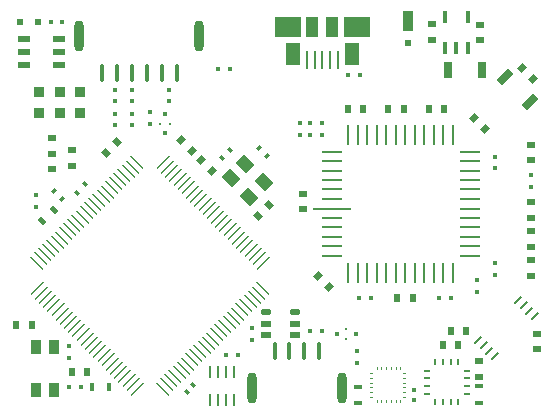
<source format=gtp>
G04 Layer_Color=8421504*
%FSLAX44Y44*%
%MOMM*%
G71*
G01*
G75*
%ADD25R,0.4064X0.4064*%
%ADD26R,0.6096X0.6096*%
%ADD28R,0.4064X0.4064*%
G04:AMPARAMS|DCode=104|XSize=2.6162mm|YSize=0.8128mm|CornerRadius=0.4064mm|HoleSize=0mm|Usage=FLASHONLY|Rotation=270.000|XOffset=0mm|YOffset=0mm|HoleType=Round|Shape=RoundedRectangle|*
%AMROUNDEDRECTD104*
21,1,2.6162,0.0000,0,0,270.0*
21,1,1.8034,0.8128,0,0,270.0*
1,1,0.8128,0.0000,-0.9017*
1,1,0.8128,0.0000,0.9017*
1,1,0.8128,0.0000,0.9017*
1,1,0.8128,0.0000,-0.9017*
%
%ADD104ROUNDEDRECTD104*%
G04:AMPARAMS|DCode=105|XSize=0.4064mm|YSize=1.4986mm|CornerRadius=0.2032mm|HoleSize=0mm|Usage=FLASHONLY|Rotation=180.000|XOffset=0mm|YOffset=0mm|HoleType=Round|Shape=RoundedRectangle|*
%AMROUNDEDRECTD105*
21,1,0.4064,1.0922,0,0,180.0*
21,1,0.0000,1.4986,0,0,180.0*
1,1,0.4064,0.0000,0.5461*
1,1,0.4064,0.0000,0.5461*
1,1,0.4064,0.0000,-0.5461*
1,1,0.4064,0.0000,-0.5461*
%
%ADD105ROUNDEDRECTD105*%
G04:AMPARAMS|DCode=106|XSize=0.3048mm|YSize=0.4064mm|CornerRadius=0mm|HoleSize=0mm|Usage=FLASHONLY|Rotation=45.000|XOffset=0mm|YOffset=0mm|HoleType=Round|Shape=Rectangle|*
%AMROTATEDRECTD106*
4,1,4,0.0359,-0.2515,-0.2515,0.0359,-0.0359,0.2515,0.2515,-0.0359,0.0359,-0.2515,0.0*
%
%ADD106ROTATEDRECTD106*%

G04:AMPARAMS|DCode=107|XSize=0.0968mm|YSize=1.5968mm|CornerRadius=0mm|HoleSize=0mm|Usage=FLASHONLY|Rotation=225.000|XOffset=0mm|YOffset=0mm|HoleType=Round|Shape=Round|*
%AMOVALD107*
21,1,1.5000,0.0968,0.0000,0.0000,315.0*
1,1,0.0968,-0.5303,0.5303*
1,1,0.0968,0.5303,-0.5303*
%
%ADD107OVALD107*%

G04:AMPARAMS|DCode=108|XSize=0.0968mm|YSize=1.5968mm|CornerRadius=0mm|HoleSize=0mm|Usage=FLASHONLY|Rotation=315.000|XOffset=0mm|YOffset=0mm|HoleType=Round|Shape=Round|*
%AMOVALD108*
21,1,1.5000,0.0968,0.0000,0.0000,45.0*
1,1,0.0968,-0.5303,-0.5303*
1,1,0.0968,0.5303,0.5303*
%
%ADD108OVALD108*%

%ADD109R,0.4064X0.3048*%
%ADD110R,0.3048X0.4064*%
G04:AMPARAMS|DCode=111|XSize=0.3048mm|YSize=0.4064mm|CornerRadius=0.0254mm|HoleSize=0mm|Usage=FLASHONLY|Rotation=225.000|XOffset=0mm|YOffset=0mm|HoleType=Round|Shape=RoundedRectangle|*
%AMROUNDEDRECTD111*
21,1,0.3048,0.3556,0,0,225.0*
21,1,0.2540,0.4064,0,0,225.0*
1,1,0.0508,-0.2155,0.0359*
1,1,0.0508,-0.0359,0.2155*
1,1,0.0508,0.2155,-0.0359*
1,1,0.0508,0.0359,-0.2155*
%
%ADD111ROUNDEDRECTD111*%
%ADD112R,0.2286X1.1176*%
G04:AMPARAMS|DCode=113|XSize=0.4064mm|YSize=0.7112mm|CornerRadius=0.0508mm|HoleSize=0mm|Usage=FLASHONLY|Rotation=270.000|XOffset=0mm|YOffset=0mm|HoleType=Round|Shape=RoundedRectangle|*
%AMROUNDEDRECTD113*
21,1,0.4064,0.6096,0,0,270.0*
21,1,0.3048,0.7112,0,0,270.0*
1,1,0.1016,-0.3048,-0.1524*
1,1,0.1016,-0.3048,0.1524*
1,1,0.1016,0.3048,0.1524*
1,1,0.1016,0.3048,-0.1524*
%
%ADD113ROUNDEDRECTD113*%
G04:AMPARAMS|DCode=114|XSize=0.3048mm|YSize=0.4064mm|CornerRadius=0.0254mm|HoleSize=0mm|Usage=FLASHONLY|Rotation=90.000|XOffset=0mm|YOffset=0mm|HoleType=Round|Shape=RoundedRectangle|*
%AMROUNDEDRECTD114*
21,1,0.3048,0.3556,0,0,90.0*
21,1,0.2540,0.4064,0,0,90.0*
1,1,0.0508,0.1778,0.1270*
1,1,0.0508,0.1778,-0.1270*
1,1,0.0508,-0.1778,-0.1270*
1,1,0.0508,-0.1778,0.1270*
%
%ADD114ROUNDEDRECTD114*%
G04:AMPARAMS|DCode=115|XSize=0.254mm|YSize=0.0254mm|CornerRadius=0mm|HoleSize=0mm|Usage=FLASHONLY|Rotation=180.000|XOffset=0mm|YOffset=0mm|HoleType=Round|Shape=RoundedRectangle|*
%AMROUNDEDRECTD115*
21,1,0.2540,0.0254,0,0,180.0*
21,1,0.2540,0.0254,0,0,180.0*
1,1,0.0000,-0.1270,0.0127*
1,1,0.0000,0.1270,0.0127*
1,1,0.0000,0.1270,-0.0127*
1,1,0.0000,-0.1270,-0.0127*
%
%ADD115ROUNDEDRECTD115*%
G04:AMPARAMS|DCode=116|XSize=0.254mm|YSize=0.0254mm|CornerRadius=0mm|HoleSize=0mm|Usage=FLASHONLY|Rotation=90.000|XOffset=0mm|YOffset=0mm|HoleType=Round|Shape=RoundedRectangle|*
%AMROUNDEDRECTD116*
21,1,0.2540,0.0254,0,0,90.0*
21,1,0.2540,0.0254,0,0,90.0*
1,1,0.0000,0.0127,0.1270*
1,1,0.0000,0.0127,-0.1270*
1,1,0.0000,-0.0127,-0.1270*
1,1,0.0000,-0.0127,0.1270*
%
%ADD116ROUNDEDRECTD116*%
%ADD117R,0.7112X1.3970*%
G04:AMPARAMS|DCode=118|XSize=0.7112mm|YSize=1.397mm|CornerRadius=0mm|HoleSize=0mm|Usage=FLASHONLY|Rotation=315.000|XOffset=0mm|YOffset=0mm|HoleType=Round|Shape=Rectangle|*
%AMROTATEDRECTD118*
4,1,4,-0.7454,-0.2425,0.2425,0.7454,0.7454,0.2425,-0.2425,-0.7454,-0.7454,-0.2425,0.0*
%
%ADD118ROTATEDRECTD118*%

%ADD119R,0.2032X0.2032*%
%ADD120R,0.2540X1.4986*%
%ADD121R,0.2032X0.2032*%
G04:AMPARAMS|DCode=122|XSize=1.2192mm|YSize=1.016mm|CornerRadius=0mm|HoleSize=0mm|Usage=FLASHONLY|Rotation=315.019|XOffset=0mm|YOffset=0mm|HoleType=Round|Shape=Rectangle|*
%AMROTATEDRECTD122*
4,1,4,-0.7903,0.0716,-0.0721,0.7902,0.7903,-0.0716,0.0721,-0.7902,-0.7903,0.0716,0.0*
%
%ADD122ROTATEDRECTD122*%

%ADD123R,0.9144X1.8034*%
%ADD124R,0.7112X0.5080*%
G04:AMPARAMS|DCode=125|XSize=0.508mm|YSize=0.7112mm|CornerRadius=0.0762mm|HoleSize=0mm|Usage=FLASHONLY|Rotation=90.000|XOffset=0mm|YOffset=0mm|HoleType=Round|Shape=RoundedRectangle|*
%AMROUNDEDRECTD125*
21,1,0.5080,0.5588,0,0,90.0*
21,1,0.3556,0.7112,0,0,90.0*
1,1,0.1524,0.2794,0.1778*
1,1,0.1524,0.2794,-0.1778*
1,1,0.1524,-0.2794,-0.1778*
1,1,0.1524,-0.2794,0.1778*
%
%ADD125ROUNDEDRECTD125*%
G04:AMPARAMS|DCode=126|XSize=0.3048mm|YSize=0.4064mm|CornerRadius=0mm|HoleSize=0mm|Usage=FLASHONLY|Rotation=270.010|XOffset=0mm|YOffset=0mm|HoleType=Round|Shape=Rectangle|*
%AMROTATEDRECTD126*
4,1,4,-0.2032,0.1524,0.2032,0.1524,0.2032,-0.1524,-0.2032,-0.1524,-0.2032,0.1524,0.0*
%
%ADD126ROTATEDRECTD126*%

G04:AMPARAMS|DCode=127|XSize=0.2032mm|YSize=0.8382mm|CornerRadius=0mm|HoleSize=0mm|Usage=FLASHONLY|Rotation=135.009|XOffset=0mm|YOffset=0mm|HoleType=Round|Shape=Rectangle|*
%AMROTATEDRECTD127*
4,1,4,0.3682,0.2246,-0.2245,-0.3682,-0.3682,-0.2246,0.2245,0.3682,0.3682,0.2246,0.0*
%
%ADD127ROTATEDRECTD127*%

G04:AMPARAMS|DCode=128|XSize=0.508mm|YSize=0.7112mm|CornerRadius=0mm|HoleSize=0mm|Usage=FLASHONLY|Rotation=0.002|XOffset=0mm|YOffset=0mm|HoleType=Round|Shape=Rectangle|*
%AMROTATEDRECTD128*
4,1,4,-0.2540,-0.3556,-0.2540,0.3556,0.2540,0.3556,0.2540,-0.3556,-0.2540,-0.3556,0.0*
%
%ADD128ROTATEDRECTD128*%

G04:AMPARAMS|DCode=129|XSize=0.4572mm|YSize=0.1016mm|CornerRadius=0mm|HoleSize=0mm|Usage=FLASHONLY|Rotation=270.002|XOffset=0mm|YOffset=0mm|HoleType=Round|Shape=Rectangle|*
%AMROTATEDRECTD129*
4,1,4,-0.0508,0.2286,0.0508,0.2286,0.0508,-0.2286,-0.0508,-0.2286,-0.0508,0.2286,0.0*
%
%ADD129ROTATEDRECTD129*%

G04:AMPARAMS|DCode=130|XSize=0.4572mm|YSize=0.1016mm|CornerRadius=0mm|HoleSize=0mm|Usage=FLASHONLY|Rotation=180.002|XOffset=0mm|YOffset=0mm|HoleType=Round|Shape=Rectangle|*
%AMROTATEDRECTD130*
4,1,4,0.2286,0.0508,0.2286,-0.0508,-0.2286,-0.0508,-0.2286,0.0508,0.2286,0.0508,0.0*
%
%ADD130ROTATEDRECTD130*%

G04:AMPARAMS|DCode=131|XSize=0.508mm|YSize=0.8128mm|CornerRadius=0mm|HoleSize=0mm|Usage=FLASHONLY|Rotation=90.010|XOffset=0mm|YOffset=0mm|HoleType=Round|Shape=Rectangle|*
%AMROTATEDRECTD131*
4,1,4,0.4064,-0.2539,-0.4064,-0.2541,-0.4064,0.2539,0.4064,0.2541,0.4064,-0.2539,0.0*
%
%ADD131ROTATEDRECTD131*%

G04:AMPARAMS|DCode=132|XSize=0.508mm|YSize=0.8128mm|CornerRadius=0.0762mm|HoleSize=0mm|Usage=FLASHONLY|Rotation=90.010|XOffset=0mm|YOffset=0mm|HoleType=Round|Shape=RoundedRectangle|*
%AMROUNDEDRECTD132*
21,1,0.5080,0.6604,0,0,90.0*
21,1,0.3556,0.8128,0,0,90.0*
1,1,0.1524,0.3302,0.1779*
1,1,0.1524,0.3302,-0.1777*
1,1,0.1524,-0.3302,-0.1779*
1,1,0.1524,-0.3302,0.1777*
%
%ADD132ROUNDEDRECTD132*%
%ADD133R,0.2286X1.8034*%
%ADD134R,1.8034X0.2286*%
%ADD135R,3.3020X0.2286*%
G04:AMPARAMS|DCode=136|XSize=0.508mm|YSize=0.7112mm|CornerRadius=0mm|HoleSize=0mm|Usage=FLASHONLY|Rotation=135.009|XOffset=0mm|YOffset=0mm|HoleType=Round|Shape=Rectangle|*
%AMROTATEDRECTD136*
4,1,4,0.4310,0.0719,-0.0718,-0.4311,-0.4310,-0.0719,0.0718,0.4311,0.4310,0.0719,0.0*
%
%ADD136ROTATEDRECTD136*%

G04:AMPARAMS|DCode=137|XSize=0.3048mm|YSize=0.4064mm|CornerRadius=0mm|HoleSize=0mm|Usage=FLASHONLY|Rotation=0.002|XOffset=0mm|YOffset=0mm|HoleType=Round|Shape=Rectangle|*
%AMROTATEDRECTD137*
4,1,4,-0.1524,-0.2032,-0.1524,0.2032,0.1524,0.2032,0.1524,-0.2032,-0.1524,-0.2032,0.0*
%
%ADD137ROTATEDRECTD137*%

G04:AMPARAMS|DCode=138|XSize=0.4064mm|YSize=0.7112mm|CornerRadius=0.0508mm|HoleSize=0mm|Usage=FLASHONLY|Rotation=180.000|XOffset=0mm|YOffset=0mm|HoleType=Round|Shape=RoundedRectangle|*
%AMROUNDEDRECTD138*
21,1,0.4064,0.6096,0,0,180.0*
21,1,0.3048,0.7112,0,0,180.0*
1,1,0.1016,-0.1524,0.3048*
1,1,0.1016,0.1524,0.3048*
1,1,0.1016,0.1524,-0.3048*
1,1,0.1016,-0.1524,-0.3048*
%
%ADD138ROUNDEDRECTD138*%
G04:AMPARAMS|DCode=139|XSize=0.4064mm|YSize=0.7112mm|CornerRadius=0.0508mm|HoleSize=0mm|Usage=FLASHONLY|Rotation=45.000|XOffset=0mm|YOffset=0mm|HoleType=Round|Shape=RoundedRectangle|*
%AMROUNDEDRECTD139*
21,1,0.4064,0.6096,0,0,45.0*
21,1,0.3048,0.7112,0,0,45.0*
1,1,0.1016,0.3233,-0.1078*
1,1,0.1016,0.1078,-0.3233*
1,1,0.1016,-0.3233,0.1078*
1,1,0.1016,-0.1078,0.3233*
%
%ADD139ROUNDEDRECTD139*%
G04:AMPARAMS|DCode=140|XSize=0.508mm|YSize=0.7112mm|CornerRadius=0mm|HoleSize=0mm|Usage=FLASHONLY|Rotation=45.011|XOffset=0mm|YOffset=0mm|HoleType=Round|Shape=Rectangle|*
%AMROTATEDRECTD140*
4,1,4,0.0719,-0.4310,-0.4311,0.0718,-0.0719,0.4310,0.4311,-0.0718,0.0719,-0.4310,0.0*
%
%ADD140ROTATEDRECTD140*%

G04:AMPARAMS|DCode=141|XSize=0.508mm|YSize=0.7112mm|CornerRadius=0mm|HoleSize=0mm|Usage=FLASHONLY|Rotation=0.010|XOffset=0mm|YOffset=0mm|HoleType=Round|Shape=Rectangle|*
%AMROTATEDRECTD141*
4,1,4,-0.2539,-0.3556,-0.2541,0.3556,0.2539,0.3556,0.2541,-0.3556,-0.2539,-0.3556,0.0*
%
%ADD141ROTATEDRECTD141*%

G04:AMPARAMS|DCode=142|XSize=1.2192mm|YSize=0.8636mm|CornerRadius=0mm|HoleSize=0mm|Usage=FLASHONLY|Rotation=270.010|XOffset=0mm|YOffset=0mm|HoleType=Round|Shape=Rectangle|*
%AMROTATEDRECTD142*
4,1,4,-0.4319,0.6095,0.4317,0.6097,0.4319,-0.6095,-0.4317,-0.6097,-0.4319,0.6095,0.0*
%
%ADD142ROTATEDRECTD142*%

G04:AMPARAMS|DCode=143|XSize=0.508mm|YSize=0.7112mm|CornerRadius=0mm|HoleSize=0mm|Usage=FLASHONLY|Rotation=90.010|XOffset=0mm|YOffset=0mm|HoleType=Round|Shape=Rectangle|*
%AMROTATEDRECTD143*
4,1,4,0.3556,-0.2539,-0.3556,-0.2541,-0.3556,0.2539,0.3556,0.2541,0.3556,-0.2539,0.0*
%
%ADD143ROTATEDRECTD143*%

G04:AMPARAMS|DCode=144|XSize=0.3048mm|YSize=0.4064mm|CornerRadius=0mm|HoleSize=0mm|Usage=FLASHONLY|Rotation=135.000|XOffset=0mm|YOffset=0mm|HoleType=Round|Shape=Rectangle|*
%AMROTATEDRECTD144*
4,1,4,0.2515,0.0359,-0.0359,-0.2515,-0.2515,-0.0359,0.0359,0.2515,0.2515,0.0359,0.0*
%
%ADD144ROTATEDRECTD144*%

G04:AMPARAMS|DCode=145|XSize=0.3556mm|YSize=1.016mm|CornerRadius=0.0381mm|HoleSize=0mm|Usage=FLASHONLY|Rotation=0.002|XOffset=0mm|YOffset=0mm|HoleType=Round|Shape=RoundedRectangle|*
%AMROUNDEDRECTD145*
21,1,0.3556,0.9398,0,0,0.0*
21,1,0.2794,1.0160,0,0,0.0*
1,1,0.0762,0.1397,-0.4699*
1,1,0.0762,-0.1397,-0.4699*
1,1,0.0762,-0.1397,0.4699*
1,1,0.0762,0.1397,0.4699*
%
%ADD145ROUNDEDRECTD145*%
G04:AMPARAMS|DCode=146|XSize=0.3556mm|YSize=1.016mm|CornerRadius=0mm|HoleSize=0mm|Usage=FLASHONLY|Rotation=0.002|XOffset=0mm|YOffset=0mm|HoleType=Round|Shape=Rectangle|*
%AMROTATEDRECTD146*
4,1,4,-0.1778,-0.5080,-0.1778,0.5080,0.1778,0.5080,0.1778,-0.5080,-0.1778,-0.5080,0.0*
%
%ADD146ROTATEDRECTD146*%

G04:AMPARAMS|DCode=147|XSize=0.3048mm|YSize=0.4064mm|CornerRadius=0mm|HoleSize=0mm|Usage=FLASHONLY|Rotation=135.009|XOffset=0mm|YOffset=0mm|HoleType=Round|Shape=Rectangle|*
%AMROTATEDRECTD147*
4,1,4,0.2514,0.0360,-0.0359,-0.2515,-0.2514,-0.0360,0.0359,0.2515,0.2514,0.0360,0.0*
%
%ADD147ROTATEDRECTD147*%

%ADD148R,1.2954X1.9050*%
%ADD149R,2.1844X1.7018*%
%ADD150R,0.9906X1.7018*%
%ADD151R,0.8128X0.9144*%
%ADD152R,1.1176X0.5080*%
D25*
X2369820Y692658D02*
D03*
Y676530D02*
D03*
D26*
X2575560Y752856D02*
D03*
X2247512Y771144D02*
D03*
X2262632Y771144D02*
D03*
D28*
X2515362Y506730D02*
D03*
X2531490Y506730D02*
D03*
D104*
X2399030Y759320D02*
D03*
X2297480D02*
D03*
X2443226Y460896D02*
D03*
X2519830Y460896D02*
D03*
D105*
X2379726Y727820D02*
D03*
X2367026D02*
D03*
X2354580D02*
D03*
X2341980D02*
D03*
X2329480D02*
D03*
X2316980D02*
D03*
X2462784Y492396D02*
D03*
X2475230D02*
D03*
X2487830D02*
D03*
X2500330D02*
D03*
D106*
X2302292Y633512D02*
D03*
X2295164Y626385D02*
D03*
X2418044Y655792D02*
D03*
X2425172Y662920D02*
D03*
D107*
X2452933Y545300D02*
D03*
X2449397Y541764D02*
D03*
X2445862Y538229D02*
D03*
X2442327Y534693D02*
D03*
X2438791Y531158D02*
D03*
X2435255Y527622D02*
D03*
X2431720Y524087D02*
D03*
X2428184Y520551D02*
D03*
X2424649Y517015D02*
D03*
X2421113Y513480D02*
D03*
X2417578Y509944D02*
D03*
X2414042Y506409D02*
D03*
X2410507Y502874D02*
D03*
X2406971Y499338D02*
D03*
X2403435Y495802D02*
D03*
X2399900Y492267D02*
D03*
X2396364Y488731D02*
D03*
X2392829Y485196D02*
D03*
X2389293Y481660D02*
D03*
X2385758Y478125D02*
D03*
X2382222Y474589D02*
D03*
X2378687Y471054D02*
D03*
X2375151Y467518D02*
D03*
X2371616Y463983D02*
D03*
X2368080Y460447D02*
D03*
X2261307Y567220D02*
D03*
X2264843Y570756D02*
D03*
X2268378Y574291D02*
D03*
X2271913Y577827D02*
D03*
X2275449Y581362D02*
D03*
X2278985Y584898D02*
D03*
X2282520Y588433D02*
D03*
X2286056Y591969D02*
D03*
X2289591Y595504D02*
D03*
X2293127Y599040D02*
D03*
X2296662Y602575D02*
D03*
X2300198Y606111D02*
D03*
X2303733Y609646D02*
D03*
X2307269Y613182D02*
D03*
X2310805Y616718D02*
D03*
X2314340Y620253D02*
D03*
X2317876Y623789D02*
D03*
X2321411Y627324D02*
D03*
X2324947Y630860D02*
D03*
X2328482Y634395D02*
D03*
X2332018Y637931D02*
D03*
X2335553Y641466D02*
D03*
X2339089Y645002D02*
D03*
X2342624Y648537D02*
D03*
X2346160Y652073D02*
D03*
D108*
X2346160Y460447D02*
D03*
X2342624Y463983D02*
D03*
X2339089Y467518D02*
D03*
X2335553Y471053D02*
D03*
X2332018Y474589D02*
D03*
X2328482Y478125D02*
D03*
X2324947Y481660D02*
D03*
X2321411Y485196D02*
D03*
X2317876Y488731D02*
D03*
X2314340Y492267D02*
D03*
X2310804Y495802D02*
D03*
X2307269Y499338D02*
D03*
X2303734Y502873D02*
D03*
X2300198Y506409D02*
D03*
X2296662Y509945D02*
D03*
X2293127Y513480D02*
D03*
X2289591Y517016D02*
D03*
X2286056Y520551D02*
D03*
X2282520Y524087D02*
D03*
X2278985Y527622D02*
D03*
X2275449Y531158D02*
D03*
X2271914Y534693D02*
D03*
X2268378Y538229D02*
D03*
X2264843Y541764D02*
D03*
X2261307Y545300D02*
D03*
X2368080Y652073D02*
D03*
X2371616Y648537D02*
D03*
X2375151Y645002D02*
D03*
X2378687Y641467D02*
D03*
X2382222Y637931D02*
D03*
X2385758Y634395D02*
D03*
X2389293Y630860D02*
D03*
X2392829Y627324D02*
D03*
X2396364Y623789D02*
D03*
X2399900Y620253D02*
D03*
X2403436Y616718D02*
D03*
X2406971Y613182D02*
D03*
X2410506Y609647D02*
D03*
X2414042Y606111D02*
D03*
X2417578Y602575D02*
D03*
X2421113Y599040D02*
D03*
X2424649Y595504D02*
D03*
X2428184Y591969D02*
D03*
X2431720Y588433D02*
D03*
X2435255Y584898D02*
D03*
X2438791Y581362D02*
D03*
X2442326Y577827D02*
D03*
X2445862Y574291D02*
D03*
X2449397Y570756D02*
D03*
X2452933Y567220D02*
D03*
D109*
X2288540Y486410D02*
D03*
Y496490D02*
D03*
X2443480Y511810D02*
D03*
Y501730D02*
D03*
X2532380Y492680D02*
D03*
Y482600D02*
D03*
X2357120Y694610D02*
D03*
Y684530D02*
D03*
X2341880Y693420D02*
D03*
Y683340D02*
D03*
X2327910Y693420D02*
D03*
Y683340D02*
D03*
X2503170Y685720D02*
D03*
X2503170Y675640D02*
D03*
X2493010Y685720D02*
D03*
X2493010Y675640D02*
D03*
X2327910Y703660D02*
D03*
Y713740D02*
D03*
X2341880Y703660D02*
D03*
Y713740D02*
D03*
X2373630D02*
D03*
Y703660D02*
D03*
X2484120Y685720D02*
D03*
X2484120Y675640D02*
D03*
X2260600Y624760D02*
D03*
Y614680D02*
D03*
D110*
X2298700Y462280D02*
D03*
X2288620D02*
D03*
X2432050Y488950D02*
D03*
X2421970D02*
D03*
X2414778Y731520D02*
D03*
X2424858D02*
D03*
X2524760Y726439D02*
D03*
X2534840Y726441D02*
D03*
X2283126Y770891D02*
D03*
X2273046Y770889D02*
D03*
X2502662Y509270D02*
D03*
X2492582D02*
D03*
D111*
X2393984Y463584D02*
D03*
X2388328Y457928D02*
D03*
D112*
X2408330Y474218D02*
D03*
X2414830D02*
D03*
X2421382D02*
D03*
X2427986D02*
D03*
Y450530D02*
D03*
X2421382D02*
D03*
X2414830D02*
D03*
X2408330D02*
D03*
D113*
X2635758Y462422D02*
D03*
Y448422D02*
D03*
X2533142Y447914D02*
D03*
Y461914D02*
D03*
D114*
X2581148Y451168D02*
D03*
Y459168D02*
D03*
D115*
X2545050Y472948D02*
D03*
Y468884D02*
D03*
Y464820D02*
D03*
Y460788D02*
D03*
Y456788D02*
D03*
Y452788D02*
D03*
X2573274D02*
D03*
Y456788D02*
D03*
Y460788D02*
D03*
Y464820D02*
D03*
Y468884D02*
D03*
Y472948D02*
D03*
D116*
X2549050Y448788D02*
D03*
X2553050D02*
D03*
X2557050D02*
D03*
X2561082D02*
D03*
X2565146D02*
D03*
X2569210D02*
D03*
Y477012D02*
D03*
X2565146D02*
D03*
X2561082D02*
D03*
X2557050D02*
D03*
X2553050D02*
D03*
X2549050D02*
D03*
D117*
X2609320Y730250D02*
D03*
X2638552D02*
D03*
D118*
X2658017Y723993D02*
D03*
X2678687Y703323D02*
D03*
D119*
X2365756Y684530D02*
D03*
X2373820D02*
D03*
D120*
X2503170Y738886D02*
D03*
X2509774D02*
D03*
X2496670D02*
D03*
X2490170D02*
D03*
X2516378D02*
D03*
D121*
X2523490Y502666D02*
D03*
Y510730D02*
D03*
D122*
X2441313Y623120D02*
D03*
X2425627Y638795D02*
D03*
X2453426Y635241D02*
D03*
X2437740Y650916D02*
D03*
D123*
X2575560Y771960D02*
D03*
D124*
X2596134Y768858D02*
D03*
X2291588Y662432D02*
D03*
Y649328D02*
D03*
X2486406Y625602D02*
D03*
Y612498D02*
D03*
X2679701Y556260D02*
D03*
X2679699Y569364D02*
D03*
X2679700Y618236D02*
D03*
Y605132D02*
D03*
X2679701Y580644D02*
D03*
X2679699Y593748D02*
D03*
X2635758Y483616D02*
D03*
Y470512D02*
D03*
X2679700Y667004D02*
D03*
Y653900D02*
D03*
X2274570Y672338D02*
D03*
Y659384D02*
D03*
Y646280D02*
D03*
X2637029Y755396D02*
D03*
X2637027Y768500D02*
D03*
D125*
X2596134Y755754D02*
D03*
D126*
X2679701Y630936D02*
D03*
X2679699Y641016D02*
D03*
X2649473Y657018D02*
D03*
X2649475Y646938D02*
D03*
Y557022D02*
D03*
X2649473Y567102D02*
D03*
X2634489Y542036D02*
D03*
X2634487Y552116D02*
D03*
D127*
X2648961Y487852D02*
D03*
X2644365Y492447D02*
D03*
X2639731Y497079D02*
D03*
X2635060Y501749D02*
D03*
X2669088Y535787D02*
D03*
X2673759Y531118D02*
D03*
X2678392Y526485D02*
D03*
X2682989Y521890D02*
D03*
D128*
X2625090Y509016D02*
D03*
X2611986Y509016D02*
D03*
X2618232Y497840D02*
D03*
X2605128Y497840D02*
D03*
X2566670Y537208D02*
D03*
X2579774Y537212D02*
D03*
X2606548Y697484D02*
D03*
X2593444Y697484D02*
D03*
X2537968Y697484D02*
D03*
X2524864Y697484D02*
D03*
X2572004Y697484D02*
D03*
X2558900Y697484D02*
D03*
X2290826Y474978D02*
D03*
X2303930Y474982D02*
D03*
D129*
X2598829Y482836D02*
D03*
X2605329Y482836D02*
D03*
X2611830Y482836D02*
D03*
X2618329Y482836D02*
D03*
X2618331Y448836D02*
D03*
X2611831Y448836D02*
D03*
X2605331Y448836D02*
D03*
X2598831Y448836D02*
D03*
D130*
X2625580Y475587D02*
D03*
X2625580Y469087D02*
D03*
X2625580Y462587D02*
D03*
X2625580Y456087D02*
D03*
X2591580Y456085D02*
D03*
X2591580Y462585D02*
D03*
X2591580Y469085D02*
D03*
X2591580Y475585D02*
D03*
D131*
X2455420Y506118D02*
D03*
X2455418Y515618D02*
D03*
X2479610Y515622D02*
D03*
X2479612Y506122D02*
D03*
D132*
X2455416Y525270D02*
D03*
X2479608Y525274D02*
D03*
D133*
X2525268Y675386D02*
D03*
X2533396D02*
D03*
X2541270D02*
D03*
X2549398D02*
D03*
X2557272D02*
D03*
X2565400D02*
D03*
X2573464D02*
D03*
X2581464D02*
D03*
X2589464D02*
D03*
X2597464D02*
D03*
X2605464D02*
D03*
X2613464D02*
D03*
Y558566D02*
D03*
X2605464D02*
D03*
X2597464D02*
D03*
X2589464D02*
D03*
X2581464D02*
D03*
X2573464D02*
D03*
X2565400D02*
D03*
X2557272D02*
D03*
X2549398D02*
D03*
X2541270D02*
D03*
X2533396D02*
D03*
X2525268D02*
D03*
D134*
X2627864Y661162D02*
D03*
Y653034D02*
D03*
Y645160D02*
D03*
Y637032D02*
D03*
Y629158D02*
D03*
Y621030D02*
D03*
Y612966D02*
D03*
Y604966D02*
D03*
Y596966D02*
D03*
Y588966D02*
D03*
Y580966D02*
D03*
Y572966D02*
D03*
X2511044Y661162D02*
D03*
Y653034D02*
D03*
Y645160D02*
D03*
Y637032D02*
D03*
Y629158D02*
D03*
Y621030D02*
D03*
Y572966D02*
D03*
Y580966D02*
D03*
Y588966D02*
D03*
Y596966D02*
D03*
Y604966D02*
D03*
D135*
Y612966D02*
D03*
D136*
X2631595Y689707D02*
D03*
X2640863Y680443D02*
D03*
X2400710Y654401D02*
D03*
X2409977Y645136D02*
D03*
X2393033Y661574D02*
D03*
X2383764Y670837D02*
D03*
X2509111Y546512D02*
D03*
X2499842Y555775D02*
D03*
X2681577Y722280D02*
D03*
X2672308Y731543D02*
D03*
D137*
X2534492Y537210D02*
D03*
X2544572Y537210D02*
D03*
X2602310Y537210D02*
D03*
X2612390Y537210D02*
D03*
D138*
X2322210Y462280D02*
D03*
X2308210D02*
D03*
D139*
X2265810Y602110D02*
D03*
X2275710Y612010D02*
D03*
D140*
X2458055Y615795D02*
D03*
X2448791Y606527D02*
D03*
X2329023Y668881D02*
D03*
X2319759Y659613D02*
D03*
D141*
X2257044Y514351D02*
D03*
X2243940Y514349D02*
D03*
D142*
X2275583Y495521D02*
D03*
X2275589Y459487D02*
D03*
X2260967Y495519D02*
D03*
X2260973Y459485D02*
D03*
D143*
X2684779Y506984D02*
D03*
X2684781Y493880D02*
D03*
D144*
X2282677Y620796D02*
D03*
X2275550Y627924D02*
D03*
D145*
X2607208Y775208D02*
D03*
D146*
X2626360Y775208D02*
D03*
X2626360Y748999D02*
D03*
X2616708Y748999D02*
D03*
X2607209Y748999D02*
D03*
D147*
X2449285Y664246D02*
D03*
X2456414Y657119D02*
D03*
D148*
X2528316Y743966D02*
D03*
X2478170D02*
D03*
D149*
X2532888Y767080D02*
D03*
X2473670D02*
D03*
D150*
X2494795D02*
D03*
X2511552D02*
D03*
D151*
X2263648Y711318D02*
D03*
Y694182D02*
D03*
X2280793Y711318D02*
D03*
Y694182D02*
D03*
X2297938Y711318D02*
D03*
Y694182D02*
D03*
D152*
X2250168Y756412D02*
D03*
Y745236D02*
D03*
Y734236D02*
D03*
X2279904Y734236D02*
D03*
Y745236D02*
D03*
Y756412D02*
D03*
M02*

</source>
